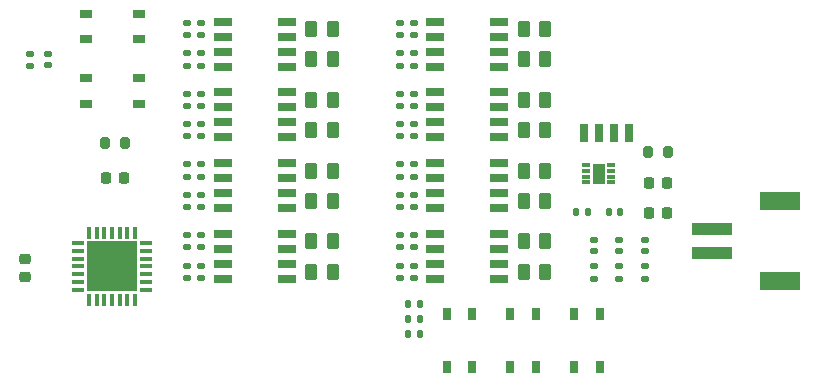
<source format=gbp>
%TF.GenerationSoftware,KiCad,Pcbnew,7.0.10*%
%TF.CreationDate,2024-04-09T11:26:51+02:00*%
%TF.ProjectId,SolarCurveTracer,536f6c61-7243-4757-9276-655472616365,v1.0*%
%TF.SameCoordinates,Original*%
%TF.FileFunction,Paste,Bot*%
%TF.FilePolarity,Positive*%
%FSLAX46Y46*%
G04 Gerber Fmt 4.6, Leading zero omitted, Abs format (unit mm)*
G04 Created by KiCad (PCBNEW 7.0.10) date 2024-04-09 11:26:51*
%MOMM*%
%LPD*%
G01*
G04 APERTURE LIST*
G04 Aperture macros list*
%AMRoundRect*
0 Rectangle with rounded corners*
0 $1 Rounding radius*
0 $2 $3 $4 $5 $6 $7 $8 $9 X,Y pos of 4 corners*
0 Add a 4 corners polygon primitive as box body*
4,1,4,$2,$3,$4,$5,$6,$7,$8,$9,$2,$3,0*
0 Add four circle primitives for the rounded corners*
1,1,$1+$1,$2,$3*
1,1,$1+$1,$4,$5*
1,1,$1+$1,$6,$7*
1,1,$1+$1,$8,$9*
0 Add four rect primitives between the rounded corners*
20,1,$1+$1,$2,$3,$4,$5,0*
20,1,$1+$1,$4,$5,$6,$7,0*
20,1,$1+$1,$6,$7,$8,$9,0*
20,1,$1+$1,$8,$9,$2,$3,0*%
G04 Aperture macros list end*
%ADD10RoundRect,0.135000X-0.135000X-0.185000X0.135000X-0.185000X0.135000X0.185000X-0.135000X0.185000X0*%
%ADD11RoundRect,0.147500X0.172500X-0.147500X0.172500X0.147500X-0.172500X0.147500X-0.172500X-0.147500X0*%
%ADD12RoundRect,0.250000X-0.262500X-0.450000X0.262500X-0.450000X0.262500X0.450000X-0.262500X0.450000X0*%
%ADD13RoundRect,0.135000X-0.185000X0.135000X-0.185000X-0.135000X0.185000X-0.135000X0.185000X0.135000X0*%
%ADD14RoundRect,0.225000X0.250000X-0.225000X0.250000X0.225000X-0.250000X0.225000X-0.250000X-0.225000X0*%
%ADD15R,0.750000X1.000000*%
%ADD16RoundRect,0.250000X0.262500X0.450000X-0.262500X0.450000X-0.262500X-0.450000X0.262500X-0.450000X0*%
%ADD17RoundRect,0.225000X0.225000X0.250000X-0.225000X0.250000X-0.225000X-0.250000X0.225000X-0.250000X0*%
%ADD18R,1.525000X0.700000*%
%ADD19RoundRect,0.135000X0.185000X-0.135000X0.185000X0.135000X-0.185000X0.135000X-0.185000X-0.135000X0*%
%ADD20R,0.350000X1.050000*%
%ADD21R,1.050000X0.350000*%
%ADD22R,4.200000X4.200000*%
%ADD23RoundRect,0.218750X-0.218750X-0.256250X0.218750X-0.256250X0.218750X0.256250X-0.218750X0.256250X0*%
%ADD24R,1.000000X0.750000*%
%ADD25R,0.700000X1.600000*%
%ADD26RoundRect,0.200000X0.200000X0.275000X-0.200000X0.275000X-0.200000X-0.275000X0.200000X-0.275000X0*%
%ADD27RoundRect,0.140000X-0.170000X0.140000X-0.170000X-0.140000X0.170000X-0.140000X0.170000X0.140000X0*%
%ADD28R,0.700000X0.300000*%
%ADD29R,1.000000X1.700000*%
%ADD30RoundRect,0.140000X-0.140000X-0.170000X0.140000X-0.170000X0.140000X0.170000X-0.140000X0.170000X0*%
%ADD31R,3.505200X0.990600*%
%ADD32R,3.403600X1.498600*%
G04 APERTURE END LIST*
D10*
%TO.C,R211*%
X150493000Y-114681000D03*
X151513000Y-114681000D03*
%TD*%
D11*
%TO.C,D203*%
X166243000Y-110213000D03*
X166243000Y-109243000D03*
%TD*%
D12*
%TO.C,RLS3*%
X160328500Y-99979000D03*
X162153500Y-99979000D03*
%TD*%
D13*
%TO.C,R620*%
X151041000Y-99469000D03*
X151041000Y-100489000D03*
%TD*%
D12*
%TO.C,RLS6*%
X160328500Y-109379000D03*
X162153500Y-109379000D03*
%TD*%
D13*
%TO.C,R627*%
X149841000Y-96869000D03*
X149841000Y-97889000D03*
%TD*%
%TO.C,R614*%
X131841000Y-105469000D03*
X131841000Y-106489000D03*
%TD*%
%TO.C,R615*%
X131841000Y-108869000D03*
X131841000Y-109889000D03*
%TD*%
%TO.C,R630*%
X149841000Y-105469000D03*
X149841000Y-106489000D03*
%TD*%
D14*
%TO.C,C701*%
X118110000Y-112408000D03*
X118110000Y-110858000D03*
%TD*%
D15*
%TO.C,S203*%
X164592000Y-120015000D03*
X164592000Y-115515000D03*
X166742000Y-115515000D03*
X166742000Y-120015000D03*
%TD*%
D13*
%TO.C,R607*%
X133041000Y-108869000D03*
X133041000Y-109889000D03*
%TD*%
D16*
%TO.C,RLP2*%
X144153500Y-97379000D03*
X142328500Y-97379000D03*
%TD*%
D17*
%TO.C,C502*%
X172479000Y-106984800D03*
X170929000Y-106984800D03*
%TD*%
D13*
%TO.C,R612*%
X131841000Y-99469000D03*
X131841000Y-100489000D03*
%TD*%
%TO.C,R609*%
X131841000Y-90869000D03*
X131841000Y-91889000D03*
%TD*%
%TO.C,R611*%
X131841000Y-96869000D03*
X131841000Y-97889000D03*
%TD*%
%TO.C,R625*%
X149841000Y-90869000D03*
X149841000Y-91889000D03*
%TD*%
%TO.C,R622*%
X151041000Y-105469000D03*
X151041000Y-106489000D03*
%TD*%
D18*
%TO.C,Q608*%
X152829000Y-112584000D03*
X152829000Y-111314000D03*
X152829000Y-110044000D03*
X152829000Y-108774000D03*
X158253000Y-108774000D03*
X158253000Y-110044000D03*
X158253000Y-111314000D03*
X158253000Y-112584000D03*
%TD*%
%TO.C,Q605*%
X152829000Y-94584000D03*
X152829000Y-93314000D03*
X152829000Y-92044000D03*
X152829000Y-90774000D03*
X158253000Y-90774000D03*
X158253000Y-92044000D03*
X158253000Y-93314000D03*
X158253000Y-94584000D03*
%TD*%
D19*
%TO.C,R204*%
X170561000Y-112524000D03*
X170561000Y-111504000D03*
%TD*%
D17*
%TO.C,C501*%
X172479000Y-104444800D03*
X170929000Y-104444800D03*
%TD*%
D13*
%TO.C,R605*%
X133041000Y-102869000D03*
X133041000Y-103889000D03*
%TD*%
D19*
%TO.C,R207*%
X118491000Y-94518000D03*
X118491000Y-93498000D03*
%TD*%
D13*
%TO.C,R610*%
X131841000Y-93469000D03*
X131841000Y-94489000D03*
%TD*%
%TO.C,R617*%
X151041000Y-90869000D03*
X151041000Y-91889000D03*
%TD*%
%TO.C,R631*%
X149841000Y-108869000D03*
X149841000Y-109889000D03*
%TD*%
D18*
%TO.C,Q603*%
X134829000Y-106584000D03*
X134829000Y-105314000D03*
X134829000Y-104044000D03*
X134829000Y-102774000D03*
X140253000Y-102774000D03*
X140253000Y-104044000D03*
X140253000Y-105314000D03*
X140253000Y-106584000D03*
%TD*%
D13*
%TO.C,R613*%
X131841000Y-102869000D03*
X131841000Y-103889000D03*
%TD*%
%TO.C,R604*%
X133041000Y-99469000D03*
X133041000Y-100489000D03*
%TD*%
D15*
%TO.C,S204*%
X159199000Y-120008000D03*
X159199000Y-115508000D03*
X161349000Y-115508000D03*
X161349000Y-120008000D03*
%TD*%
D16*
%TO.C,RLP5*%
X144153500Y-105979000D03*
X142328500Y-105979000D03*
%TD*%
D15*
%TO.C,S205*%
X153797000Y-120015000D03*
X153797000Y-115515000D03*
X155947000Y-115515000D03*
X155947000Y-120015000D03*
%TD*%
D13*
%TO.C,R632*%
X149841000Y-111469000D03*
X149841000Y-112489000D03*
%TD*%
D19*
%TO.C,R205*%
X168402000Y-112524000D03*
X168402000Y-111504000D03*
%TD*%
D13*
%TO.C,R601*%
X133041000Y-90869000D03*
X133041000Y-91889000D03*
%TD*%
D11*
%TO.C,D202*%
X168402000Y-110213000D03*
X168402000Y-109243000D03*
%TD*%
D12*
%TO.C,RLS0*%
X160328500Y-91379000D03*
X162153500Y-91379000D03*
%TD*%
D16*
%TO.C,RLP0*%
X144153500Y-91379000D03*
X142328500Y-91379000D03*
%TD*%
D20*
%TO.C,IC701*%
X127426000Y-114356000D03*
X126776000Y-114356000D03*
X126126000Y-114356000D03*
X125476000Y-114356000D03*
X124826000Y-114356000D03*
X124176000Y-114356000D03*
X123526000Y-114356000D03*
D21*
X122626000Y-113456000D03*
X122626000Y-112806000D03*
X122626000Y-112156000D03*
X122626000Y-111506000D03*
X122626000Y-110856000D03*
X122626000Y-110206000D03*
X122626000Y-109556000D03*
D20*
X123526000Y-108656000D03*
X124176000Y-108656000D03*
X124826000Y-108656000D03*
X125476000Y-108656000D03*
X126126000Y-108656000D03*
X126776000Y-108656000D03*
X127426000Y-108656000D03*
D21*
X128326000Y-109556000D03*
X128326000Y-110206000D03*
X128326000Y-110856000D03*
X128326000Y-111506000D03*
X128326000Y-112156000D03*
X128326000Y-112806000D03*
X128326000Y-113456000D03*
D22*
X125476000Y-111506000D03*
%TD*%
D23*
%TO.C,ON1*%
X124942500Y-104013000D03*
X126517500Y-104013000D03*
%TD*%
D24*
%TO.C,S201*%
X127726000Y-92261000D03*
X123226000Y-92261000D03*
X123226000Y-90111000D03*
X127726000Y-90111000D03*
%TD*%
D13*
%TO.C,R629*%
X149841000Y-102869000D03*
X149841000Y-103889000D03*
%TD*%
%TO.C,R608*%
X133041000Y-111469000D03*
X133041000Y-112489000D03*
%TD*%
%TO.C,R603*%
X133041000Y-96869000D03*
X133041000Y-97889000D03*
%TD*%
D25*
%TO.C,IC501*%
X169216000Y-100203000D03*
X167946000Y-100203000D03*
X166676000Y-100203000D03*
X165406000Y-100203000D03*
%TD*%
D16*
%TO.C,RLP7*%
X144153500Y-111979000D03*
X142328500Y-111979000D03*
%TD*%
D18*
%TO.C,Q602*%
X134829000Y-100584000D03*
X134829000Y-99314000D03*
X134829000Y-98044000D03*
X134829000Y-96774000D03*
X140253000Y-96774000D03*
X140253000Y-98044000D03*
X140253000Y-99314000D03*
X140253000Y-100584000D03*
%TD*%
D13*
%TO.C,R618*%
X151041000Y-93469000D03*
X151041000Y-94489000D03*
%TD*%
D10*
%TO.C,R210*%
X150493000Y-117221000D03*
X151513000Y-117221000D03*
%TD*%
D12*
%TO.C,RLS5*%
X160328500Y-105979000D03*
X162153500Y-105979000D03*
%TD*%
D13*
%TO.C,R606*%
X133041000Y-105469000D03*
X133041000Y-106489000D03*
%TD*%
D10*
%TO.C,R212*%
X150493000Y-115951000D03*
X151513000Y-115951000D03*
%TD*%
D13*
%TO.C,R619*%
X151041000Y-96869000D03*
X151041000Y-97889000D03*
%TD*%
%TO.C,R623*%
X151041000Y-108869000D03*
X151041000Y-109889000D03*
%TD*%
D26*
%TO.C,R501*%
X172529000Y-101801000D03*
X170879000Y-101801000D03*
%TD*%
D13*
%TO.C,R616*%
X131841000Y-111469000D03*
X131841000Y-112489000D03*
%TD*%
D18*
%TO.C,Q601*%
X134829000Y-94584000D03*
X134829000Y-93314000D03*
X134829000Y-92044000D03*
X134829000Y-90774000D03*
X140253000Y-90774000D03*
X140253000Y-92044000D03*
X140253000Y-93314000D03*
X140253000Y-94584000D03*
%TD*%
D11*
%TO.C,D201*%
X170561000Y-110213000D03*
X170561000Y-109243000D03*
%TD*%
D12*
%TO.C,RLS2*%
X160328500Y-97379000D03*
X162153500Y-97379000D03*
%TD*%
D13*
%TO.C,R628*%
X149841000Y-99469000D03*
X149841000Y-100489000D03*
%TD*%
D12*
%TO.C,RLS1*%
X160328500Y-93979000D03*
X162153500Y-93979000D03*
%TD*%
D13*
%TO.C,R624*%
X151041000Y-111469000D03*
X151041000Y-112489000D03*
%TD*%
D27*
%TO.C,C213*%
X120015000Y-93528000D03*
X120015000Y-94488000D03*
%TD*%
D12*
%TO.C,RLS4*%
X160328500Y-103379000D03*
X162153500Y-103379000D03*
%TD*%
D13*
%TO.C,R602*%
X133041000Y-93469000D03*
X133041000Y-94489000D03*
%TD*%
D16*
%TO.C,RLP1*%
X144153500Y-93979000D03*
X142328500Y-93979000D03*
%TD*%
D18*
%TO.C,Q604*%
X134829000Y-112584000D03*
X134829000Y-111314000D03*
X134829000Y-110044000D03*
X134829000Y-108774000D03*
X140253000Y-108774000D03*
X140253000Y-110044000D03*
X140253000Y-111314000D03*
X140253000Y-112584000D03*
%TD*%
D13*
%TO.C,R626*%
X149841000Y-93469000D03*
X149841000Y-94489000D03*
%TD*%
D28*
%TO.C,IC502*%
X165608000Y-104394000D03*
X165608000Y-103894000D03*
X165608000Y-103394000D03*
X165608000Y-102894000D03*
X167708000Y-102894000D03*
X167708000Y-103394000D03*
X167708000Y-103894000D03*
X167708000Y-104394000D03*
D29*
X166658000Y-103644000D03*
%TD*%
D30*
%TO.C,C503*%
X167541000Y-106934000D03*
X168501000Y-106934000D03*
%TD*%
D16*
%TO.C,RLP4*%
X144153500Y-103379000D03*
X142328500Y-103379000D03*
%TD*%
D24*
%TO.C,S202*%
X127726000Y-97722000D03*
X123226000Y-97722000D03*
X123226000Y-95572000D03*
X127726000Y-95572000D03*
%TD*%
D12*
%TO.C,RLS7*%
X160328500Y-111979000D03*
X162153500Y-111979000D03*
%TD*%
D26*
%TO.C,R104*%
X126555000Y-101092000D03*
X124905000Y-101092000D03*
%TD*%
D13*
%TO.C,R621*%
X151041000Y-102869000D03*
X151041000Y-103889000D03*
%TD*%
D16*
%TO.C,RLP3*%
X144153500Y-99979000D03*
X142328500Y-99979000D03*
%TD*%
%TO.C,RLP6*%
X144153500Y-109379000D03*
X142328500Y-109379000D03*
%TD*%
D18*
%TO.C,Q607*%
X152829000Y-106584000D03*
X152829000Y-105314000D03*
X152829000Y-104044000D03*
X152829000Y-102774000D03*
X158253000Y-102774000D03*
X158253000Y-104044000D03*
X158253000Y-105314000D03*
X158253000Y-106584000D03*
%TD*%
D19*
%TO.C,R206*%
X166243000Y-112524000D03*
X166243000Y-111504000D03*
%TD*%
D18*
%TO.C,Q606*%
X152829000Y-100584000D03*
X152829000Y-99314000D03*
X152829000Y-98044000D03*
X152829000Y-96774000D03*
X158253000Y-96774000D03*
X158253000Y-98044000D03*
X158253000Y-99314000D03*
X158253000Y-100584000D03*
%TD*%
D10*
%TO.C,R003*%
X164717000Y-106934000D03*
X165737000Y-106934000D03*
%TD*%
D31*
%TO.C,J003*%
X176241700Y-108346999D03*
X176241700Y-110347001D03*
D32*
X181991701Y-105996999D03*
X181991701Y-112697001D03*
%TD*%
M02*

</source>
